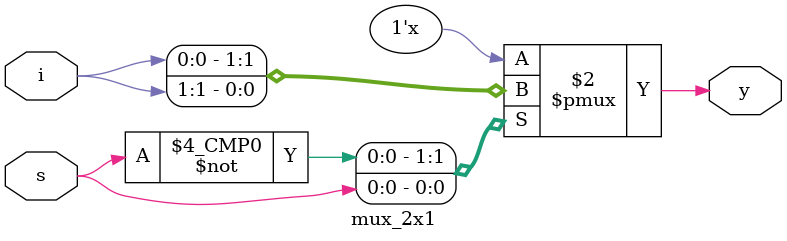
<source format=v>
`timescale 1ns / 1ps


module mux_2x1(
    input [1:0]i,
    input s,
    output reg y
    );
    
    always @(*) begin
    case(s)
        1'b0: y = i[0];
        1'b1: y  = i[1];
        default: y = 1'bx;
        
        endcase
        end
        // assign y =(s) ? i[1] : i[0];
endmodule

</source>
